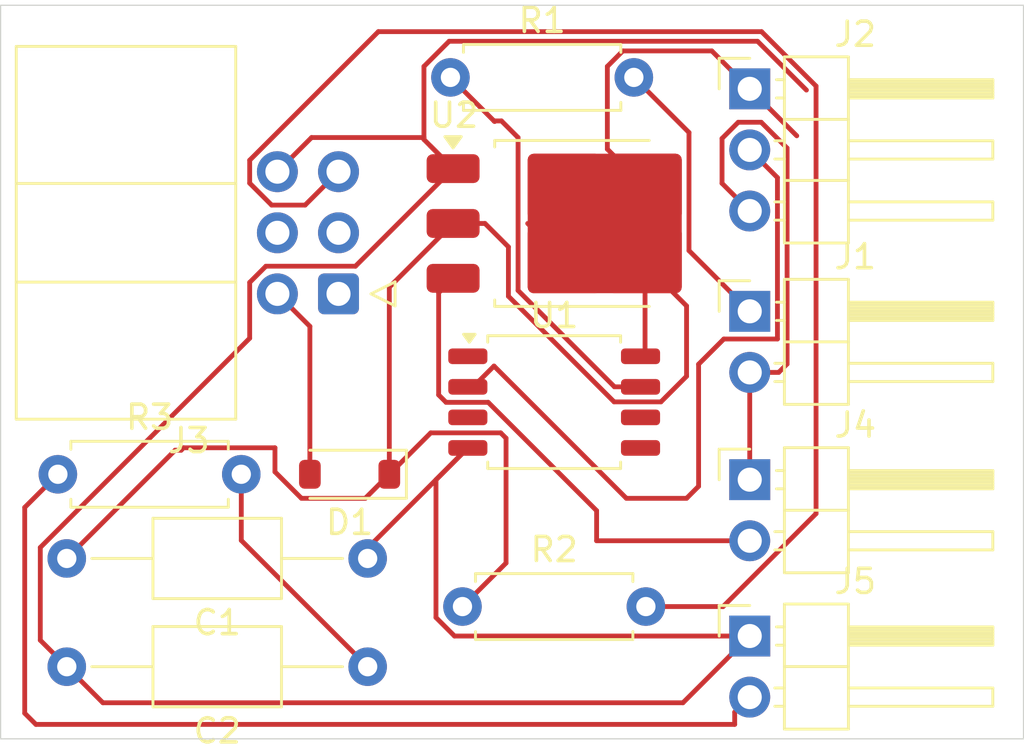
<source format=kicad_pcb>
(kicad_pcb (version 20241229) (generator "pcbnew") (generator_version "9.0")
  (layers (0 "F.Cu" signal) (2 "B.Cu" signal) (13 "F.Paste" user) (15 "B.Paste" user) (5 "F.SilkS" user "F.Silkscreen") (7 "B.SilkS" user "B.Silkscreen") (1 "F.Mask" user) (3 "B.Mask" user) (25 "Edge.Cuts" user))
  (net 0 "")
  (net 1 "5v")
  (net 2 "GND")
  (net 3 "Net-(C2-Pad1)")
  (net 4 "Net-(D1-A)")
  (net 5 "Net-(J1-Pin_1)")
  (net 6 "Net-(J2-Pin_2)")
  (net 8 "Net-(J3-~{RST})")
  (net 11 "Net-(J4-Pin_2)")
  (net 12 "Net-(J5-Pin_2)")
  (net 13 "Net-(U1-PB2)")
  (footprint "Connector_PinHeader_2.54mm:PinHeader_1x03_P2.54mm_Horizontal" (layer "F.Cu") (at 147.125 63.475)
    (property "Reference" "J2" (at 4.385 -2.27 0) (layer "F.SilkS"))
    (property "Value" "Conn_01x03")
    (fp_line (start -1.27 -1.27) (end 0 -1.27) (stroke (width 0.12)) (layer "F.SilkS"))
    (fp_line (start -1.27 0) (end -1.27 -1.27) (stroke (width 0.12)) (layer "F.SilkS"))
    (fp_line (start 1.042929 2.16) (end 1.44 2.16) (stroke (width 0.12)) (layer "F.SilkS"))
    (fp_line (start 1.042929 2.92) (end 1.44 2.92) (stroke (width 0.12)) (layer "F.SilkS"))
    (fp_line (start 1.042929 4.7) (end 1.44 4.7) (stroke (width 0.12)) (layer "F.SilkS"))
    (fp_line (start 1.042929 5.46) (end 1.44 5.46) (stroke (width 0.12)) (layer "F.SilkS"))
    (fp_line (start 1.11 -0.38) (end 1.44 -0.38) (stroke (width 0.12)) (layer "F.SilkS"))
    (fp_line (start 1.11 0.38) (end 1.44 0.38) (stroke (width 0.12)) (layer "F.SilkS"))
    (fp_line (start 1.44 -1.33) (end 1.44 6.41) (stroke (width 0.12)) (layer "F.SilkS"))
    (fp_line (start 1.44 1.27) (end 4.1 1.27) (stroke (width 0.12)) (layer "F.SilkS"))
    (fp_line (start 1.44 3.81) (end 4.1 3.81) (stroke (width 0.12)) (layer "F.SilkS"))
    (fp_line (start 1.44 6.41) (end 4.1 6.41) (stroke (width 0.12)) (layer "F.SilkS"))
    (fp_line (start 4.1 -1.33) (end 1.44 -1.33) (stroke (width 0.12)) (layer "F.SilkS"))
    (fp_line (start 4.1 -0.38) (end 10.1 -0.38) (stroke (width 0.12)) (layer "F.SilkS"))
    (fp_line (start 4.1 -0.32) (end 10.1 -0.32) (stroke (width 0.12)) (layer "F.SilkS"))
    (fp_line (start 4.1 -0.2) (end 10.1 -0.2) (stroke (width 0.12)) (layer "F.SilkS"))
    (fp_line (start 4.1 -0.08) (end 10.1 -0.08) (stroke (width 0.12)) (layer "F.SilkS"))
    (fp_line (start 4.1 0.04) (end 10.1 0.04) (stroke (width 0.12)) (layer "F.SilkS"))
    (fp_line (start 4.1 0.16) (end 10.1 0.16) (stroke (width 0.12)) (layer "F.SilkS"))
    (fp_line (start 4.1 0.28) (end 10.1 0.28) (stroke (width 0.12)) (layer "F.SilkS"))
    (fp_line (start 4.1 2.16) (end 10.1 2.16) (stroke (width 0.12)) (layer "F.SilkS"))
    (fp_line (start 4.1 4.7) (end 10.1 4.7) (stroke (width 0.12)) (layer "F.SilkS"))
    (fp_line (start 4.1 6.41) (end 4.1 -1.33) (stroke (width 0.12)) (layer "F.SilkS"))
    (fp_line (start 10.1 -0.38) (end 10.1 0.38) (stroke (width 0.12)) (layer "F.SilkS"))
    (fp_line (start 10.1 0.38) (end 4.1 0.38) (stroke (width 0.12)) (layer "F.SilkS"))
    (fp_line (start 10.1 2.16) (end 10.1 2.92) (stroke (width 0.12)) (layer "F.SilkS"))
    (fp_line (start 10.1 2.92) (end 4.1 2.92) (stroke (width 0.12)) (layer "F.SilkS"))
    (fp_line (start 10.1 4.7) (end 10.1 5.46) (stroke (width 0.12)) (layer "F.SilkS"))
    (fp_line (start 10.1 5.46) (end 4.1 5.46) (stroke (width 0.12)) (layer "F.SilkS"))
    (pad "1" thru_hole rect (at 0 0) (size 1.7 1.7) (drill 1) (layers "*.Cu" "*.Mask") (net 1 "5v"))
    (pad "2" thru_hole oval (at 0 2.54) (size 1.7 1.7) (drill 1) (layers "*.Cu" "*.Mask") (net 6 "Net-(J2-Pin_2)"))
    (pad "3" thru_hole oval (at 0 5.08) (size 1.7 1.7) (drill 1) (layers "*.Cu" "*.Mask") (net 2 "GND"))
  )
  (footprint "Connector_PinHeader_2.54mm:PinHeader_1x02_P2.54mm_Horizontal" (layer "F.Cu") (at 147.125 79.725)
    (property "Reference" "J4" (at 4.385 -2.27 0) (layer "F.SilkS"))
    (property "Value" "Conn_01x02")
    (fp_line (start -1.27 -1.27) (end 0 -1.27) (stroke (width 0.12)) (layer "F.SilkS"))
    (fp_line (start -1.27 0) (end -1.27 -1.27) (stroke (width 0.12)) (layer "F.SilkS"))
    (fp_line (start 1.042929 2.16) (end 1.44 2.16) (stroke (width 0.12)) (layer "F.SilkS"))
    (fp_line (start 1.042929 2.92) (end 1.44 2.92) (stroke (width 0.12)) (layer "F.SilkS"))
    (fp_line (start 1.11 -0.38) (end 1.44 -0.38) (stroke (width 0.12)) (layer "F.SilkS"))
    (fp_line (start 1.11 0.38) (end 1.44 0.38) (stroke (width 0.12)) (layer "F.SilkS"))
    (fp_line (start 1.44 -1.33) (end 1.44 3.87) (stroke (width 0.12)) (layer "F.SilkS"))
    (fp_line (start 1.44 1.27) (end 4.1 1.27) (stroke (width 0.12)) (layer "F.SilkS"))
    (fp_line (start 1.44 3.87) (end 4.1 3.87) (stroke (width 0.12)) (layer "F.SilkS"))
    (fp_line (start 4.1 -1.33) (end 1.44 -1.33) (stroke (width 0.12)) (layer "F.SilkS"))
    (fp_line (start 4.1 -0.38) (end 10.1 -0.38) (stroke (width 0.12)) (layer "F.SilkS"))
    (fp_line (start 4.1 -0.32) (end 10.1 -0.32) (stroke (width 0.12)) (layer "F.SilkS"))
    (fp_line (start 4.1 -0.2) (end 10.1 -0.2) (stroke (width 0.12)) (layer "F.SilkS"))
    (fp_line (start 4.1 -0.08) (end 10.1 -0.08) (stroke (width 0.12)) (layer "F.SilkS"))
    (fp_line (start 4.1 0.04) (end 10.1 0.04) (stroke (width 0.12)) (layer "F.SilkS"))
    (fp_line (start 4.1 0.16) (end 10.1 0.16) (stroke (width 0.12)) (layer "F.SilkS"))
    (fp_line (start 4.1 0.28) (end 10.1 0.28) (stroke (width 0.12)) (layer "F.SilkS"))
    (fp_line (start 4.1 2.16) (end 10.1 2.16) (stroke (width 0.12)) (layer "F.SilkS"))
    (fp_line (start 4.1 3.87) (end 4.1 -1.33) (stroke (width 0.12)) (layer "F.SilkS"))
    (fp_line (start 10.1 -0.38) (end 10.1 0.38) (stroke (width 0.12)) (layer "F.SilkS"))
    (fp_line (start 10.1 0.38) (end 4.1 0.38) (stroke (width 0.12)) (layer "F.SilkS"))
    (fp_line (start 10.1 2.16) (end 10.1 2.92) (stroke (width 0.12)) (layer "F.SilkS"))
    (fp_line (start 10.1 2.92) (end 4.1 2.92) (stroke (width 0.12)) (layer "F.SilkS"))
    (pad "1" thru_hole rect (at 0 0) (size 1.7 1.7) (drill 1) (layers "*.Cu" "*.Mask") (net 2 "GND"))
    (pad "2" thru_hole oval (at 0 2.54) (size 1.7 1.7) (drill 1) (layers "*.Cu" "*.Mask") (net 11 "Net-(J4-Pin_2)"))
  )
  (footprint "Capacitor_THT:C_Axial_L5.1mm_D3.1mm_P12.50mm_Horizontal" (layer "F.Cu") (at 131.25 87.5 180)
    (property "Reference" "C2" (at 6.25 -2.67 0) (layer "F.SilkS"))
    (property "Value" "C")
    (fp_line (start 11.46 0) (end 8.92 0) (stroke (width 0.12)) (layer "F.SilkS"))
    (fp_line (start 8.92 1.67) (end 8.92 -1.67) (stroke (width 0.12)) (layer "F.SilkS"))
    (fp_line (start 8.92 -1.67) (end 3.58 -1.67) (stroke (width 0.12)) (layer "F.SilkS"))
    (fp_line (start 3.58 1.67) (end 8.92 1.67) (stroke (width 0.12)) (layer "F.SilkS"))
    (fp_line (start 3.58 -1.67) (end 3.58 1.67) (stroke (width 0.12)) (layer "F.SilkS"))
    (fp_line (start 1.04 0) (end 3.58 0) (stroke (width 0.12)) (layer "F.SilkS"))
    (pad "1" thru_hole circle (at 0 0 180) (size 1.6 1.6) (drill 0.8) (layers "*.Cu" "*.Mask") (net 3 "Net-(C2-Pad1)"))
    (pad "2" thru_hole oval (at 12.5 0 180) (size 1.6 1.6) (drill 0.8) (layers "*.Cu" "*.Mask") (net 2 "GND"))
  )
  (footprint "Connector_PinHeader_2.54mm:PinHeader_1x02_P2.54mm_Horizontal" (layer "F.Cu") (at 147.125 86.225)
    (property "Reference" "J5" (at 4.385 -2.27 0) (layer "F.SilkS"))
    (property "Value" "Conn_01x02")
    (fp_line (start -1.27 -1.27) (end 0 -1.27) (stroke (width 0.12)) (layer "F.SilkS"))
    (fp_line (start -1.27 0) (end -1.27 -1.27) (stroke (width 0.12)) (layer "F.SilkS"))
    (fp_line (start 1.042929 2.16) (end 1.44 2.16) (stroke (width 0.12)) (layer "F.SilkS"))
    (fp_line (start 1.042929 2.92) (end 1.44 2.92) (stroke (width 0.12)) (layer "F.SilkS"))
    (fp_line (start 1.11 -0.38) (end 1.44 -0.38) (stroke (width 0.12)) (layer "F.SilkS"))
    (fp_line (start 1.11 0.38) (end 1.44 0.38) (stroke (width 0.12)) (layer "F.SilkS"))
    (fp_line (start 1.44 -1.33) (end 1.44 3.87) (stroke (width 0.12)) (layer "F.SilkS"))
    (fp_line (start 1.44 1.27) (end 4.1 1.27) (stroke (width 0.12)) (layer "F.SilkS"))
    (fp_line (start 1.44 3.87) (end 4.1 3.87) (stroke (width 0.12)) (layer "F.SilkS"))
    (fp_line (start 4.1 -1.33) (end 1.44 -1.33) (stroke (width 0.12)) (layer "F.SilkS"))
    (fp_line (start 4.1 -0.38) (end 10.1 -0.38) (stroke (width 0.12)) (layer "F.SilkS"))
    (fp_line (start 4.1 -0.32) (end 10.1 -0.32) (stroke (width 0.12)) (layer "F.SilkS"))
    (fp_line (start 4.1 -0.2) (end 10.1 -0.2) (stroke (width 0.12)) (layer "F.SilkS"))
    (fp_line (start 4.1 -0.08) (end 10.1 -0.08) (stroke (width 0.12)) (layer "F.SilkS"))
    (fp_line (start 4.1 0.04) (end 10.1 0.04) (stroke (width 0.12)) (layer "F.SilkS"))
    (fp_line (start 4.1 0.16) (end 10.1 0.16) (stroke (width 0.12)) (layer "F.SilkS"))
    (fp_line (start 4.1 0.28) (end 10.1 0.28) (stroke (width 0.12)) (layer "F.SilkS"))
    (fp_line (start 4.1 2.16) (end 10.1 2.16) (stroke (width 0.12)) (layer "F.SilkS"))
    (fp_line (start 4.1 3.87) (end 4.1 -1.33) (stroke (width 0.12)) (layer "F.SilkS"))
    (fp_line (start 10.1 -0.38) (end 10.1 0.38) (stroke (width 0.12)) (layer "F.SilkS"))
    (fp_line (start 10.1 0.38) (end 4.1 0.38) (stroke (width 0.12)) (layer "F.SilkS"))
    (fp_line (start 10.1 2.16) (end 10.1 2.92) (stroke (width 0.12)) (layer "F.SilkS"))
    (fp_line (start 10.1 2.92) (end 4.1 2.92) (stroke (width 0.12)) (layer "F.SilkS"))
    (pad "1" thru_hole rect (at 0 0) (size 1.7 1.7) (drill 1) (layers "*.Cu" "*.Mask") (net 2 "GND"))
    (pad "2" thru_hole oval (at 0 2.54) (size 1.7 1.7) (drill 1) (layers "*.Cu" "*.Mask") (net 12 "Net-(J5-Pin_2)"))
  )
  (footprint "Resistor_THT:R_Axial_DIN0207_L6.3mm_D2.5mm_P7.62mm_Horizontal" (layer "F.Cu") (at 134.69 63)
    (property "Reference" "R1" (at 3.81 -2.37 0) (layer "F.SilkS"))
    (property "Value" "R")
    (fp_line (start 0.54 -1.37) (end 7.08 -1.37) (stroke (width 0.12)) (layer "F.SilkS"))
    (fp_line (start 0.54 -1.04) (end 0.54 -1.37) (stroke (width 0.12)) (layer "F.SilkS"))
    (fp_line (start 0.54 1.04) (end 0.54 1.37) (stroke (width 0.12)) (layer "F.SilkS"))
    (fp_line (start 0.54 1.37) (end 7.08 1.37) (stroke (width 0.12)) (layer "F.SilkS"))
    (fp_line (start 7.08 -1.37) (end 7.08 -1.04) (stroke (width 0.12)) (layer "F.SilkS"))
    (fp_line (start 7.08 1.37) (end 7.08 1.04) (stroke (width 0.12)) (layer "F.SilkS"))
    (pad "1" thru_hole circle (at 0 0) (size 1.6 1.6) (drill 0.8) (layers "*.Cu" "*.Mask") (net 13 "Net-(U1-PB2)"))
    (pad "2" thru_hole oval (at 7.62 0) (size 1.6 1.6) (drill 0.8) (layers "*.Cu" "*.Mask") (net 5 "Net-(J1-Pin_1)"))
  )
  (footprint "Resistor_THT:R_Axial_DIN0207_L6.3mm_D2.5mm_P7.62mm_Horizontal" (layer "F.Cu") (at 118.38 79.5)
    (property "Reference" "R3" (at 3.81 -2.37 0) (layer "F.SilkS"))
    (property "Value" "R")
    (fp_line (start 0.54 -1.37) (end 7.08 -1.37) (stroke (width 0.12)) (layer "F.SilkS"))
    (fp_line (start 0.54 -1.04) (end 0.54 -1.37) (stroke (width 0.12)) (layer "F.SilkS"))
    (fp_line (start 0.54 1.04) (end 0.54 1.37) (stroke (width 0.12)) (layer "F.SilkS"))
    (fp_line (start 0.54 1.37) (end 7.08 1.37) (stroke (width 0.12)) (layer "F.SilkS"))
    (fp_line (start 7.08 -1.37) (end 7.08 -1.04) (stroke (width 0.12)) (layer "F.SilkS"))
    (fp_line (start 7.08 1.37) (end 7.08 1.04) (stroke (width 0.12)) (layer "F.SilkS"))
    (pad "1" thru_hole circle (at 0 0) (size 1.6 1.6) (drill 0.8) (layers "*.Cu" "*.Mask") (net 12 "Net-(J5-Pin_2)"))
    (pad "2" thru_hole oval (at 7.62 0) (size 1.6 1.6) (drill 0.8) (layers "*.Cu" "*.Mask") (net 3 "Net-(C2-Pad1)"))
  )
  (footprint "Package_TO_SOT_SMD:TO-252-3_TabPin2" (layer "F.Cu") (at 139.84 69.0725)
    (property "Reference" "U2" (at -5 -4.5 0) (layer "F.SilkS"))
    (property "Value" "LM1117DT-5.0")
    (fp_line (start -3.31 -3.45) (end -3.31 -3.18) (stroke (width 0.12)) (layer "F.SilkS"))
    (fp_line (start -3.31 3.45) (end -3.31 3.18) (stroke (width 0.12)) (layer "F.SilkS"))
    (fp_line (start 3.11 -3.45) (end -3.31 -3.45) (stroke (width 0.12)) (layer "F.SilkS"))
    (fp_line (start 3.11 3.45) (end -3.31 3.45) (stroke (width 0.12)) (layer "F.SilkS"))
    (fp_poly (pts (xy -5.04 -3.14) (xy -5.38 -3.61) (xy -4.7 -3.61) (xy -5.04 -3.14)) (stroke (width 0.12)) (fill yes) (layer "F.SilkS"))
    (pad "1" smd roundrect (at -5.04 -2.28) (size 2.2 1.2) (layers "F.Cu" "F.Mask" "F.Paste") (roundrect_rratio 0.208333) (net 2 "GND"))
    (pad "2" smd roundrect (at -5.04 0) (size 2.2 1.2) (layers "F.Cu" "F.Mask" "F.Paste") (roundrect_rratio 0.208333) (net 1 "5v"))
    (pad "2" smd roundrect (at -0.415 -1.525) (size 3.05 2.75) (layers "F.Cu" "F.Paste") (roundrect_rratio 0.090909) (net 1 "5v"))
    (pad "2" smd roundrect (at -0.415 1.525) (size 3.05 2.75) (layers "F.Cu" "F.Paste") (roundrect_rratio 0.090909) (net 1 "5v"))
    (pad "2" smd roundrect (at 1.26 0) (size 6.4 5.8) (layers "F.Cu" "F.Mask") (roundrect_rratio 0.043103) (net 1 "5v"))
    (pad "2" smd roundrect (at 2.935 -1.525) (size 3.05 2.75) (layers "F.Cu" "F.Paste") (roundrect_rratio 0.090909) (net 1 "5v"))
    (pad "2" smd roundrect (at 2.935 1.525) (size 3.05 2.75) (layers "F.Cu" "F.Paste") (roundrect_rratio 0.090909) (net 1 "5v"))
    (pad "3" smd roundrect (at -5.04 2.28) (size 2.2 1.2) (layers "F.Cu" "F.Mask" "F.Paste") (roundrect_rratio 0.208333) (net 11 "Net-(J4-Pin_2)"))
  )
  (footprint "Connector_IDC:IDC-Header_2x03_P2.54mm_Horizontal" (layer "F.Cu") (at 130.04 72 180)
    (property "Reference" "J3" (at 6.215 -6.1 0) (layer "F.SilkS"))
    (property "Value" "AVR-ISP-6")
    (fp_line (start 13.39 10.29) (end 4.27 10.29) (stroke (width 0.12)) (layer "F.SilkS"))
    (fp_line (start 13.39 -5.21) (end 13.39 10.29) (stroke (width 0.12)) (layer "F.SilkS"))
    (fp_line (start 4.27 10.29) (end 4.27 -5.21) (stroke (width 0.12)) (layer "F.SilkS"))
    (fp_line (start 4.27 4.59) (end 13.39 4.59) (stroke (width 0.12)) (layer "F.SilkS"))
    (fp_line (start 4.27 0.49) (end 13.39 0.49) (stroke (width 0.12)) (layer "F.SilkS"))
    (fp_line (start 4.27 -5.21) (end 13.39 -5.21) (stroke (width 0.12)) (layer "F.SilkS"))
    (fp_line (start -1.35 0) (end -2.35 -0.5) (stroke (width 0.12)) (layer "F.SilkS"))
    (fp_line (start -2.35 0.5) (end -1.35 0) (stroke (width 0.12)) (layer "F.SilkS"))
    (fp_line (start -2.35 -0.5) (end -2.35 0.5) (stroke (width 0.12)) (layer "F.SilkS"))
    (pad "1" thru_hole roundrect (at 0 0 180) (size 1.7 1.7) (drill 1) (layers "*.Cu" "*.Mask") (roundrect_rratio 0.147059))
    (pad "2" thru_hole circle (at 2.54 0 180) (size 1.7 1.7) (drill 1) (layers "*.Cu" "*.Mask") (net 4 "Net-(D1-A)"))
    (pad "3" thru_hole circle (at 0 2.54 180) (size 1.7 1.7) (drill 1) (layers "*.Cu" "*.Mask"))
    (pad "4" thru_hole circle (at 2.54 2.54 180) (size 1.7 1.7) (drill 1) (layers "*.Cu" "*.Mask"))
    (pad "5" thru_hole circle (at 0 5.08 180) (size 1.7 1.7) (drill 1) (layers "*.Cu" "*.Mask") (net 8 "Net-(J3-~{RST})"))
    (pad "6" thru_hole circle (at 2.54 5.08 180) (size 1.7 1.7) (drill 1) (layers "*.Cu" "*.Mask") (net 2 "GND"))
  )
  (footprint "Diode_SMD:D_SOD-123" (layer "F.Cu") (at 130.5 79.5 180)
    (property "Reference" "D1" (at 0 -2 0) (layer "F.SilkS"))
    (property "Value" "MBR0520")
    (fp_line (start -2.36 1) (end 1.65 1) (stroke (width 0.12)) (layer "F.SilkS"))
    (fp_line (start -2.36 -1) (end 1.65 -1) (stroke (width 0.12)) (layer "F.SilkS"))
    (fp_line (start -2.36 -1) (end -2.36 1) (stroke (width 0.12)) (layer "F.SilkS"))
    (pad "1" smd roundrect (at -1.65 0 180) (size 0.9 1.2) (layers "F.Cu" "F.Mask" "F.Paste") (net 1 "5v"))
    (pad "2" smd roundrect (at 1.65 0 180) (size 0.9 1.2) (layers "F.Cu" "F.Mask" "F.Paste") (net 4 "Net-(D1-A)"))
  )
  (footprint "Resistor_THT:R_Axial_DIN0207_L6.3mm_D2.5mm_P7.62mm_Horizontal" (layer "F.Cu") (at 135.19 85)
    (property "Reference" "R2" (at 3.81 -2.37 0) (layer "F.SilkS"))
    (property "Value" "R")
    (fp_line (start 0.54 -1.37) (end 7.08 -1.37) (stroke (width 0.12)) (layer "F.SilkS"))
    (fp_line (start 0.54 -1.04) (end 0.54 -1.37) (stroke (width 0.12)) (layer "F.SilkS"))
    (fp_line (start 0.54 1.04) (end 0.54 1.37) (stroke (width 0.12)) (layer "F.SilkS"))
    (fp_line (start 0.54 1.37) (end 7.08 1.37) (stroke (width 0.12)) (layer "F.SilkS"))
    (fp_line (start 7.08 -1.37) (end 7.08 -1.04) (stroke (width 0.12)) (layer "F.SilkS"))
    (fp_line (start 7.08 1.37) (end 7.08 1.04) (stroke (width 0.12)) (layer "F.SilkS"))
    (pad "1" thru_hole circle (at 0 0) (size 1.6 1.6) (drill 0.8) (layers "*.Cu" "*.Mask") (net 1 "5v"))
    (pad "2" thru_hole oval (at 7.62 0) (size 1.6 1.6) (drill 0.8) (layers "*.Cu" "*.Mask") (net 8 "Net-(J3-~{RST})"))
  )
  (footprint "Connector_PinHeader_2.54mm:PinHeader_1x02_P2.54mm_Horizontal" (layer "F.Cu") (at 147.125 72.725)
    (property "Reference" "J1" (at 4.385 -2.27 0) (layer "F.SilkS"))
    (property "Value" "Conn_01x02")
    (fp_line (start -1.27 -1.27) (end 0 -1.27) (stroke (width 0.12)) (layer "F.SilkS"))
    (fp_line (start -1.27 0) (end -1.27 -1.27) (stroke (width 0.12)) (layer "F.SilkS"))
    (fp_line (start 1.042929 2.16) (end 1.44 2.16) (stroke (width 0.12)) (layer "F.SilkS"))
    (fp_line (start 1.042929 2.92) (end 1.44 2.92) (stroke (width 0.12)) (layer "F.SilkS"))
    (fp_line (start 1.11 -0.38) (end 1.44 -0.38) (stroke (width 0.12)) (layer "F.SilkS"))
    (fp_line (start 1.11 0.38) (end 1.44 0.38) (stroke (width 0.12)) (layer "F.SilkS"))
    (fp_line (start 1.44 -1.33) (end 1.44 3.87) (stroke (width 0.12)) (layer "F.SilkS"))
    (fp_line (start 1.44 1.27) (end 4.1 1.27) (stroke (width 0.12)) (layer "F.SilkS"))
    (fp_line (start 1.44 3.87) (end 4.1 3.87) (stroke (width 0.12)) (layer "F.SilkS"))
    (fp_line (start 4.1 -1.33) (end 1.44 -1.33) (stroke (width 0.12)) (layer "F.SilkS"))
    (fp_line (start 4.1 -0.38) (end 10.1 -0.38) (stroke (width 0.12)) (layer "F.SilkS"))
    (fp_line (start 4.1 -0.32) (end 10.1 -0.32) (stroke (width 0.12)) (layer "F.SilkS"))
    (fp_line (start 4.1 -0.2) (end 10.1 -0.2) (stroke (width 0.12)) (layer "F.SilkS"))
    (fp_line (start 4.1 -0.08) (end 10.1 -0.08) (stroke (width 0.12)) (layer "F.SilkS"))
    (fp_line (start 4.1 0.04) (end 10.1 0.04) (stroke (width 0.12)) (layer "F.SilkS"))
    (fp_line (start 4.1 0.16) (end 10.1 0.16) (stroke (width 0.12)) (layer "F.SilkS"))
    (fp_line (start 4.1 0.28) (end 10.1 0.28) (stroke (width 0.12)) (layer "F.SilkS"))
    (fp_line (start 4.1 2.16) (end 10.1 2.16) (stroke (width 0.12)) (layer "F.SilkS"))
    (fp_line (start 4.1 3.87) (end 4.1 -1.33) (stroke (width 0.12)) (layer "F.SilkS"))
    (fp_line (start 10.1 -0.38) (end 10.1 0.38) (stroke (width 0.12)) (layer "F.SilkS"))
    (fp_line (start 10.1 0.38) (end 4.1 0.38) (stroke (width 0.12)) (layer "F.SilkS"))
    (fp_line (start 10.1 2.16) (end 10.1 2.92) (stroke (width 0.12)) (layer "F.SilkS"))
    (fp_line (start 10.1 2.92) (end 4.1 2.92) (stroke (width 0.12)) (layer "F.SilkS"))
    (pad "1" thru_hole rect (at 0 0) (size 1.7 1.7) (drill 1) (layers "*.Cu" "*.Mask") (net 5 "Net-(J1-Pin_1)"))
    (pad "2" thru_hole oval (at 0 2.54) (size 1.7 1.7) (drill 1) (layers "*.Cu" "*.Mask") (net 2 "GND"))
  )
  (footprint "Capacitor_THT:C_Axial_L5.1mm_D3.1mm_P12.50mm_Horizontal" (layer "F.Cu") (at 131.25 83 180)
    (property "Reference" "C1" (at 6.25 -2.67 0) (layer "F.SilkS"))
    (property "Value" "C")
    (fp_line (start 11.46 0) (end 8.92 0) (stroke (width 0.12)) (layer "F.SilkS"))
    (fp_line (start 8.92 1.67) (end 8.92 -1.67) (stroke (width 0.12)) (layer "F.SilkS"))
    (fp_line (start 8.92 -1.67) (end 3.58 -1.67) (stroke (width 0.12)) (layer "F.SilkS"))
    (fp_line (start 3.58 1.67) (end 8.92 1.67) (stroke (width 0.12)) (layer "F.SilkS"))
    (fp_line (start 3.58 -1.67) (end 3.58 1.67) (stroke (width 0.12)) (layer "F.SilkS"))
    (fp_line (start 1.04 0) (end 3.58 0) (stroke (width 0.12)) (layer "F.SilkS"))
    (pad "1" thru_hole circle (at 0 0 180) (size 1.6 1.6) (drill 0.8) (layers "*.Cu" "*.Mask") (net 2 "GND"))
    (pad "2" thru_hole oval (at 12.5 0 180) (size 1.6 1.6) (drill 0.8) (layers "*.Cu" "*.Mask") (net 1 "5v"))
  )
  (footprint "Package_SO:SOIC-8_5.3x5.3mm_P1.27mm" (layer "F.Cu") (at 139 76.5)
    (property "Reference" "U1" (at 0 -3.6 0) (layer "F.SilkS"))
    (property "Value" "ATtiny85-20S")
    (fp_line (start -2.76 -2.76) (end -2.76 -2.49) (stroke (width 0.12)) (layer "F.SilkS"))
    (fp_line (start -2.76 2.76) (end -2.76 2.49) (stroke (width 0.12)) (layer "F.SilkS"))
    (fp_line (start 0 -2.76) (end -2.76 -2.76) (stroke (width 0.12)) (layer "F.SilkS"))
    (fp_line (start 0 -2.76) (end 2.76 -2.76) (stroke (width 0.12)) (layer "F.SilkS"))
    (fp_line (start 0 2.76) (end -2.76 2.76) (stroke (width 0.12)) (layer "F.SilkS"))
    (fp_line (start 0 2.76) (end 2.76 2.76) (stroke (width 0.12)) (layer "F.SilkS"))
    (fp_line (start 2.76 -2.76) (end 2.76 -2.49) (stroke (width 0.12)) (layer "F.SilkS"))
    (fp_line (start 2.76 2.76) (end 2.76 2.49) (stroke (width 0.12)) (layer "F.SilkS"))
    (fp_poly (pts (xy -3.525 -2.49) (xy -3.765 -2.82) (xy -3.285 -2.82) (xy -3.525 -2.49)) (stroke (width 0.12)) (fill yes) (layer "F.SilkS"))
    (pad "1" smd roundrect (at -3.5875 -1.905) (size 1.625 0.65) (layers "F.Cu" "F.Mask" "F.Paste"))
    (pad "2" smd roundrect (at -3.5875 -0.635) (size 1.625 0.65) (layers "F.Cu" "F.Mask" "F.Paste") (net 6 "Net-(J2-Pin_2)"))
    (pad "3" smd roundrect (at -3.5875 0.635) (size 1.625 0.65) (layers "F.Cu" "F.Mask" "F.Paste"))
    (pad "4" smd roundrect (at -3.5875 1.905) (size 1.625 0.65) (layers "F.Cu" "F.Mask" "F.Paste") (net 2 "GND"))
    (pad "5" smd roundrect (at 3.5875 1.905) (size 1.625 0.65) (layers "F.Cu" "F.Mask" "F.Paste"))
    (pad "6" smd roundrect (at 3.5875 0.635) (size 1.625 0.65) (layers "F.Cu" "F.Mask" "F.Paste"))
    (pad "7" smd roundrect (at 3.5875 -0.635) (size 1.625 0.65) (layers "F.Cu" "F.Mask" "F.Paste") (net 13 "Net-(U1-PB2)"))
    (pad "8" smd roundrect (at 3.5875 -1.905) (size 1.625 0.65) (layers "F.Cu" "F.Mask" "F.Paste") (net 1 "5v"))
  )
  (gr_rect (start 116 60) (end 158.5 90.5) (stroke (width 0.05)) (fill no) (layer "Edge.Cuts"))
  (segment (start 149.078 65.428) (end 147.125 63.475) (width 0.2) (layer "F.Cu") (net 1))
  (segment (start 145.549 61.899) (end 141.85395 61.899) (width 0.2) (layer "F.Cu") (net 1))
  (segment (start 137 83.19) (end 137 78) (width 0.2) (layer "F.Cu") (net 1))
  (segment (start 127.399 79.39911) (end 128.49989 80.5) (width 0.2) (layer "F.Cu") (net 1))
  (segment (start 142.775 74.4075) (end 142.5875 74.595) (width 0.2) (layer "F.Cu") (net 1))
  (segment (start 123.5 78.5) (end 123.601 78.399) (width 0.2) (layer "F.Cu") (net 1))
  (segment (start 135.19 85) (end 137 83.19) (width 0.2) (layer "F.Cu") (net 1))
  (segment (start 132.15 79.5) (end 132.15 71.7225) (width 0.2) (layer "F.Cu") (net 1))
  (segment (start 123.25 78.5) (end 123.5 78.5) (width 0.2) (layer "F.Cu") (net 1))
  (segment (start 144.5 75.42499) (end 144.5 72.5) (width 0.2) (layer "F.Cu") (net 1))
  (segment (start 136.779 77.779) (end 133.871 77.779) (width 0.2) (layer "F.Cu") (net 1))
  (segment (start 141.209 65.9815) (end 142.775 67.5475) (width 0.2) (layer "F.Cu") (net 1))
  (segment (start 123.601 78.399) (end 127.399 78.399) (width 0.2) (layer "F.Cu") (net 1))
  (segment (start 136.125 69.0725) (end 137.099 70.0465) (width 0.2) (layer "F.Cu") (net 1))
  (segment (start 137.099 70.0465) (end 137.099 72.099) (width 0.2) (layer "F.Cu") (net 1))
  (segment (start 142.5975 70.5975) (end 144.5 72.5) (width 0.2) (layer "F.Cu") (net 1))
  (segment (start 147.125 63.475) (end 145.549 61.899) (width 0.2) (layer "F.Cu") (net 1))
  (segment (start 139.425 70.5975) (end 137.9 69.0725) (width 0.2) (layer "F.Cu") (net 1))
  (segment (start 127.399 78.399) (end 127.399 79.39911) (width 0.2) (layer "F.Cu") (net 1))
  (segment (start 141.85395 61.899) (end 141.209 62.54395) (width 0.2) (layer "F.Cu") (net 1))
  (segment (start 133.871 77.779) (end 132.15 79.5) (width 0.2) (layer "F.Cu") (net 1))
  (segment (start 118.75 83) (end 123.25 78.5) (width 0.2) (layer "F.Cu") (net 1))
  (segment (start 137.099 72.099) (end 141.491 76.491) (width 0.2) (layer "F.Cu") (net 1))
  (segment (start 134.8 69.0725) (end 136.125 69.0725) (width 0.2) (layer "F.Cu") (net 1))
  (segment (start 141.209 62.54395) (end 141.209 65.9815) (width 0.2) (layer "F.Cu") (net 1))
  (segment (start 139.425 70.5975) (end 142.5975 70.5975) (width 0.2) (layer "F.Cu") (net 1))
  (segment (start 141.491 76.491) (end 143.43399 76.491) (width 0.2) (layer "F.Cu") (net 1))
  (segment (start 142.775 70.5975) (end 142.775 74.4075) (width 0.2) (layer "F.Cu") (net 1))
  (segment (start 137 78) (end 136.779 77.779) (width 0.2) (layer "F.Cu") (net 1))
  (segment (start 131.15 80.5) (end 132.15 79.5) (width 0.2) (layer "F.Cu") (net 1))
  (segment (start 128.49989 80.5) (end 131.15 80.5) (width 0.2) (layer "F.Cu") (net 1))
  (segment (start 132.15 71.7225) (end 134.8 69.0725) (width 0.2) (layer "F.Cu") (net 1))
  (segment (start 143.43399 76.491) (end 144.5 75.42499) (width 0.2) (layer "F.Cu") (net 1))
  (segment (start 148.327081 75.265) (end 147.125 75.265) (width 0.2) (layer "F.Cu") (net 2))
  (segment (start 134.8 66.7925) (end 133.8565 65.849) (width 0.2) (layer "F.Cu") (net 2))
  (segment (start 133.589 65.5815) (end 133.589 65.5) (width 0.2) (layer "F.Cu") (net 2))
  (segment (start 128.92 65.5) (end 133.589 65.5) (width 0.2) (layer "F.Cu") (net 2))
  (segment (start 120.25 89) (end 144.35 89) (width 0.2) (layer "F.Cu") (net 2))
  (segment (start 145.974 65.53824) (end 145.974 67.404) (width 0.2) (layer "F.Cu") (net 2))
  (segment (start 117.649 86.399) (end 118.75 87.5) (width 0.2) (layer "F.Cu") (net 2))
  (segment (start 133.589 65.5) (end 133.589 62.54395) (width 0.2) (layer "F.Cu") (net 2))
  (segment (start 135.4125 78.405) (end 134.089 79.7285) (width 0.2) (layer "F.Cu") (net 2))
  (segment (start 118.75 87.5) (end 120.25 89) (width 0.2) (layer "F.Cu") (net 2))
  (segment (start 147.125 75.265) (end 147.125 79.725) (width 0.2) (layer "F.Cu") (net 2))
  (segment (start 148.677 65.93924) (end 147.60176 64.864) (width 0.2) (layer "F.Cu") (net 2))
  (segment (start 134.85795 86.225) (end 147.125 86.225) (width 0.2) (layer "F.Cu") (net 2))
  (segment (start 134.089 85.45605) (end 134.85795 86.225) (width 0.2) (layer "F.Cu") (net 2))
  (segment (start 134.089 79.7285) (end 134.089 85.45605) (width 0.2) (layer "F.Cu") (net 2))
  (segment (start 127.5 66.92) (end 128.92 65.5) (width 0.2) (layer "F.Cu") (net 2))
  (segment (start 135.4125 78.405) (end 131.25 82.5675) (width 0.2) (layer "F.Cu") (net 2))
  (segment (start 147.60176 64.864) (end 146.64824 64.864) (width 0.2) (layer "F.Cu") (net 2))
  (segment (start 133.589 62.54395) (end 134.63495 61.498) (width 0.2) (layer "F.Cu") (net 2))
  (segment (start 126.349 73.84395) (end 117.649 82.54395) (width 0.2) (layer "F.Cu") (net 2))
  (segment (start 134.8 66.7925) (end 130.7435 70.849) (width 0.2) (layer "F.Cu") (net 2))
  (segment (start 134.8 66.7925) (end 133.589 65.5815) (width 0.2) (layer "F.Cu") (net 2))
  (segment (start 146.64824 64.864) (end 145.974 65.53824) (width 0.2) (layer "F.Cu") (net 2))
  (segment (start 134.63495 61.498) (end 147.45 61.498) (width 0.2) (layer "F.Cu") (net 2))
  (segment (start 127.02324 70.849) (end 126.349 71.52324) (width 0.2) (layer "F.Cu") (net 2))
  (segment (start 126.349 71.52324) (end 126.349 73.84395) (width 0.2) (layer "F.Cu") (net 2))
  (segment (start 148.677 65.93924) (end 148.677 74.915081) (width 0.2) (layer "F.Cu") (net 2))
  (segment (start 131.475 83.225) (end 131.25 83) (width 0.2) (layer "F.Cu") (net 2))
  (segment (start 117.649 82.54395) (end 117.649 86.399) (width 0.2) (layer "F.Cu") (net 2))
  (segment (start 148.677 74.915081) (end 148.327081 75.265) (width 0.2) (layer "F.Cu") (net 2))
  (segment (start 131.25 82.5675) (end 131.25 83) (width 0.2) (layer "F.Cu") (net 2))
  (segment (start 145.974 67.404) (end 147.125 68.555) (width 0.2) (layer "F.Cu") (net 2))
  (segment (start 130.7435 70.849) (end 127.02324 70.849) (width 0.2) (layer "F.Cu") (net 2))
  (segment (start 144.35 89) (end 147.125 86.225) (width 0.2) (layer "F.Cu") (net 2))
  (segment (start 147.45 61.498) (end 149.479 63.527) (width 0.2) (layer "F.Cu") (net 2))
  (segment (start 126 82.25) (end 131.25 87.5) (width 0.2) (layer "F.Cu") (net 3))
  (segment (start 126 79.5) (end 126 82.25) (width 0.2) (layer "F.Cu") (net 3))
  (segment (start 131.25 87.5) (end 131.25 87.75) (width 0.2) (layer "F.Cu") (net 3))
  (segment (start 128.85 73.35) (end 128.85 79.5) (width 0.2) (layer "F.Cu") (net 4))
  (segment (start 127.5 72) (end 128.85 73.35) (width 0.2) (layer "F.Cu") (net 4))
  (segment (start 144.601 65.291) (end 144.601 70.201) (width 0.2) (layer "F.Cu") (net 5))
  (segment (start 144.601 70.201) (end 147.125 72.725) (width 0.2) (layer "F.Cu") (net 5))
  (segment (start 142.31 63) (end 144.601 65.291) (width 0.2) (layer "F.Cu") (net 5))
  (segment (start 146.04899 73.876) (end 148.276 73.876) (width 0.2) (layer "F.Cu") (net 6))
  (segment (start 135.4125 75.865) (end 135.635 75.865) (width 0.2) (layer "F.Cu") (net 6))
  (segment (start 145 74.92499) (end 146.04899 73.876) (width 0.2) (layer "F.Cu") (net 6))
  (segment (start 148.276 67.166) (end 147.125 66.015) (width 0.2) (layer "F.Cu") (net 6))
  (segment (start 135.635 75.865) (end 136.5 75) (width 0.2) (layer "F.Cu") (net 6))
  (segment (start 145 80) (end 145 74.92499) (width 0.2) (layer "F.Cu") (net 6))
  (segment (start 142 80.5) (end 144.5 80.5) (width 0.2) (layer "F.Cu") (net 6))
  (segment (start 144.5 80.5) (end 145 80) (width 0.2) (layer "F.Cu") (net 6))
  (segment (start 136.5 75) (end 142 80.5) (width 0.2) (layer "F.Cu") (net 6))
  (segment (start 148.276 73.876) (end 148.276 67.166) (width 0.2) (layer "F.Cu") (net 6))
  (segment (start 149.88 81.13776) (end 149.88 63.3609) (width 0.2) (layer "F.Cu") (net 8))
  (segment (start 142.81 85) (end 146.01776 85) (width 0.2) (layer "F.Cu") (net 8))
  (segment (start 149.88 63.3609) (end 147.6161 61.097) (width 0.2) (layer "F.Cu") (net 8))
  (segment (start 147.6161 61.097) (end 131.69524 61.097) (width 0.2) (layer "F.Cu") (net 8))
  (segment (start 146.01776 85) (end 149.88 81.13776) (width 0.2) (layer "F.Cu") (net 8))
  (segment (start 127.26124 68.309) (end 128.651 68.309) (width 0.2) (layer "F.Cu") (net 8))
  (segment (start 126.349 66.44324) (end 126.349 67.39676) (width 0.2) (layer "F.Cu") (net 8))
  (segment (start 128.651 68.309) (end 130.04 66.92) (width 0.2) (layer "F.Cu") (net 8))
  (segment (start 126.349 67.39676) (end 127.26124 68.309) (width 0.2) (layer "F.Cu") (net 8))
  (segment (start 131.69524 61.097) (end 126.349 66.44324) (width 0.2) (layer "F.Cu") (net 8))
  (segment (start 147.125 82.265) (end 140.76299 82.265) (width 0.2) (layer "F.Cu") (net 11))
  (segment (start 134.8 71.3525) (end 134.2 71.9525) (width 0.2) (layer "F.Cu") (net 11))
  (segment (start 134.2 76.2) (end 134.509 76.509) (width 0.2) (layer "F.Cu") (net 11))
  (segment (start 140.76299 81.013) (end 140.76299 82.265) (width 0.2) (layer "F.Cu") (net 11))
  (segment (start 134.509 76.509) (end 136.25899 76.509) (width 0.2) (layer "F.Cu") (net 11))
  (segment (start 134.2 71.9525) (end 134.2 76.2) (width 0.2) (layer "F.Cu") (net 11))
  (segment (start 136.25899 76.509) (end 140.76299 81.013) (width 0.2) (layer "F.Cu") (net 11))
  (segment (start 117.4661 89.899) (end 146.5 89.899) (width 0.2) (layer "F.Cu") (net 12))
  (segment (start 117.002 80.878) (end 117.002 89.4349) (width 0.2) (layer "F.Cu") (net 12))
  (segment (start 118.38 79.5) (end 117.002 80.878) (width 0.2) (layer "F.Cu") (net 12))
  (segment (start 117.002 89.4349) (end 117.4661 89.899) (width 0.2) (layer "F.Cu") (net 12))
  (segment (start 146.5 89.899) (end 146.5 89.39) (width 0.2) (layer "F.Cu") (net 12))
  (segment (start 146.5 89.39) (end 147.125 88.765) (width 0.2) (layer "F.Cu") (net 12))
  (segment (start 137.5 65.5) (end 137.5 71.85866) (width 0.2) (layer "F.Cu") (net 13))
  (segment (start 136.81 64.81) (end 137.5 65.5) (width 0.2) (layer "F.Cu") (net 13))
  (segment (start 134.69 63) (end 135 63) (width 0.2) (layer "F.Cu") (net 13))
  (segment (start 136.5 64.81) (end 136.526 64.836) (width 0.2) (layer "F.Cu") (net 13))
  (segment (start 136.5 64.81) (end 136.81 64.81) (width 0.2) (layer "F.Cu") (net 13))
  (segment (start 141.50634 75.865) (end 142.5875 75.865) (width 0.2) (layer "F.Cu") (net 13))
  (segment (start 137.5 71.85866) (end 141.50634 75.865) (width 0.2) (layer "F.Cu") (net 13))
  (segment (start 134.69 63) (end 136.5 64.81) (width 0.2) (layer "F.Cu") (net 13))
)
</source>
